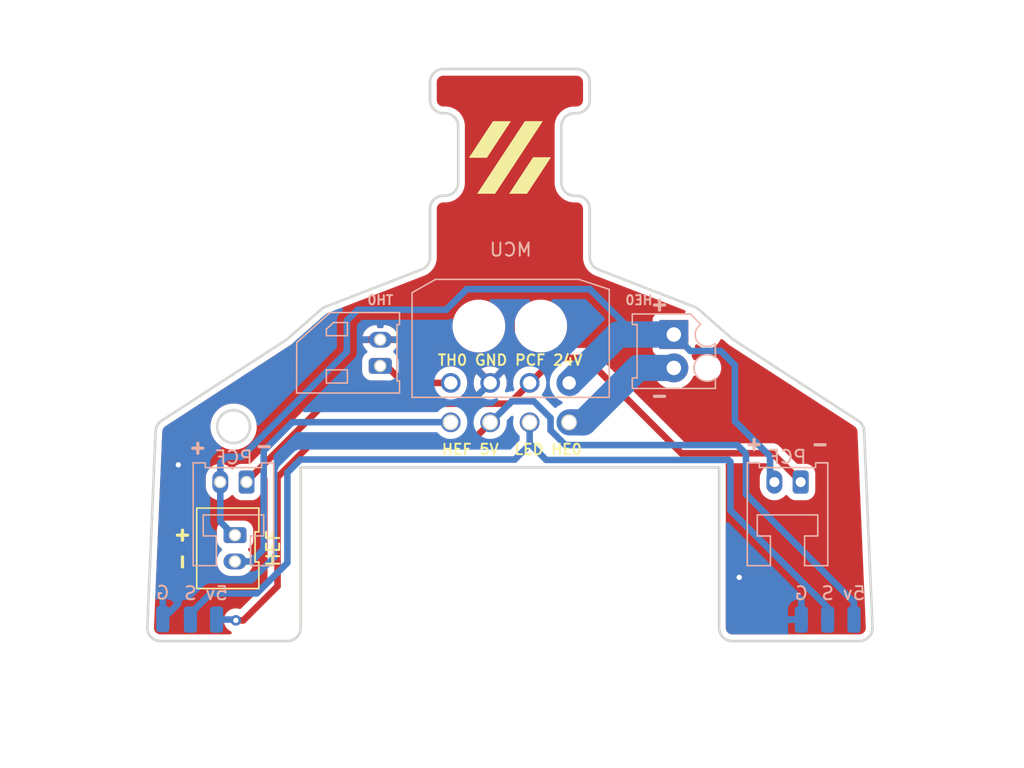
<source format=kicad_pcb>
(kicad_pcb (version 20211014) (generator pcbnew)
  (layers (0 "F.Cu" signal) (31 "B.Cu" signal) (34 "B.Paste" user) (35 "F.Paste" user) (36 "B.SilkS" user "B.Silkscreen") (37 "F.SilkS" user "F.Silkscreen") (38 "B.Mask" user) (39 "F.Mask" user) (44 "Edge.Cuts" user))
  (net 0 "")
  (net 1 "24v")
  (net 2 "5v")
  (net 3 "PCF")
  (net 4 "HEF")
  (net 5 "HE0")
  (net 6 "TH0")
  (net 7 "LED")
  (net 8 "GND")
  (footprint "Connector_JST:JST_PH_B2B-PH-K_1x02_P2.00mm_Vertical" (layer "F.Cu") (at 104.96 101.58 -90)
    (fp_text reference "HEF" (at 1 -2.9 90) (layer "F.SilkS"))
    (fp_text value "JST_PH_B2B-PH-K_1x02_P2.00mm_Vertical")
    (fp_text user "-\n" (at 2.032 4.064 -90) (layer "F.SilkS") (effects (font (thickness 0.25))))
    (fp_text user "+" (at 0 4.064 -90) (layer "F.SilkS") (effects (font (thickness 0.25))))
    (fp_line (start -0.254 -1.81) (end -2.06 -1.81) (layer "F.SilkS") (width 0.12))
    (fp_line (start -2.06 -1.81) (end -2.06 2.91) (layer "F.SilkS") (width 0.12))
    (fp_line (start -2.06 2.91) (end 4.06 2.91) (layer "F.SilkS") (width 0.12))
    (fp_line (start -0.254 -1.524) (end -0.254 -1.81) (layer "F.SilkS") (width 0.12))
    (fp_line (start 2.032 -1.524) (end -0.254 -1.524) (layer "F.SilkS") (width 0.12))
    (fp_line (start 2.032 -1.81) (end 2.032 -1.524) (layer "F.SilkS") (width 0.12))
    (fp_line (start 4.06 2.91) (end 4.06 -1.81) (layer "F.SilkS") (width 0.12))
    (fp_line (start 4.06 -1.81) (end 2.032 -1.81) (layer "F.SilkS") (width 0.12))
    (pad "1" thru_hole roundrect (at 0 0 270) (size 1.2 1.75) (drill 0.75) (layers *.Cu *.Mask) (roundrect_rratio 0.2083333333) (net 1 "24v"))
    (pad "2" thru_hole oval (at 2 0 270) (size 1.2 1.75) (drill 0.75) (layers *.Cu *.Mask) (net 4 "HEF"))
  )
  (footprint "Connector_Wire:SolderWirePad_1x01_SMD_1x2mm" (layer "B.Cu") (at 146.58 107.65 180)
    (fp_text reference "G" (at -1.42 1.65) (layer "B.SilkS") (effects (justify mirror)))
    (fp_text value "SolderWirePad_1x01_SMD_1x2mm")
    (pad "1" smd roundrect (at -1.42 -0.35 180) (size 1 2) (layers "B.Cu" "B.Paste" "B.Mask") (net 8 "GND"))
  )
  (footprint "Connector_Wire:SolderWirePad_1x01_SMD_1x2mm" (layer "B.Cu") (at 148.82 107.67 180)
    (fp_text reference "S" (at -1.18 1.67) (layer "B.SilkS") (effects (justify mirror)))
    (fp_text value "SolderWirePad_1x01_SMD_1x2mm")
    (pad "1" smd roundrect (at -1.18 -0.33 180) (size 1 2) (layers "B.Cu" "B.Paste" "B.Mask") (net 7 "LED"))
  )
  (footprint "TerminalBlock_Phoenix:TerminalBlock_Phoenix_MPT-0,5-2-2.54_1x02_P2.54mm_Horizontal" (layer "B.Cu") (at 138.31 86.32 -90)
    (fp_text reference "HE0" (at -2.61 2.65 180) (layer "B.SilkS") (effects (font (size 0.7 0.7)) (justify mirror)))
    (fp_text value "TerminalBlock_Phoenix_MPT-0,5-2-2.54_1x02_P2.54mm_Horizontal")
    (fp_line (start -0.762 3.16) (end -0.762 2.794) (layer "B.SilkS") (width 0.12))
    (fp_line (start 0.7 -3.16) (end 1.75 -3.16) (layer "B.SilkS") (width 0.12))
    (fp_line (start -1.56 3.16) (end -1.56 -1.27) (layer "B.SilkS") (width 0.12))
    (fp_line (start 3.302 3.16) (end 4.1 3.16) (layer "B.SilkS") (width 0.12))
    (fp_line (start -1.56 -1.27) (end -0.762 -2.032) (layer "B.SilkS") (width 0.12))
    (fp_line (start -0.762 3.16) (end -1.56 3.16) (layer "B.SilkS") (width 0.12))
    (fp_line (start 3.33 -3.16) (end 4.1 -3.16) (layer "B.SilkS") (width 0.12))
    (fp_line (start 4.1 3.16) (end 4.1 -3.16) (layer "B.SilkS") (width 0.12))
    (fp_line (start -0.762 2.794) (end 3.302 2.794) (layer "B.SilkS") (width 0.12))
    (fp_line (start 3.302 3.16) (end 3.302 2.794) (layer "B.SilkS") (width 0.12))
    (fp_arc (start 0.685565 -3.147214) (mid 0.558915 -1.814519) (end -0.762 -2.032) (layer "B.SilkS") (width 0.12))
    (fp_arc (start 3.375579 -3.097053) (mid 2.501142 -1.536511) (end 1.75 -3.16) (layer "B.SilkS") (width 0.12))
    (pad "" np_thru_hole circle (at 0 -2.54 270) (size 1.1 1.1) (drill 1.1) (layers *.Cu *.Mask))
    (pad "" np_thru_hole circle (at 2.54 -2.54 270) (size 1.1 1.1) (drill 1.1) (layers *.Cu *.Mask))
    (pad "1" thru_hole rect (at 0 0 270) (size 2.2 2.2) (drill 1.1) (layers *.Cu *.Mask) (net 1 "24v"))
    (pad "2" thru_hole circle (at 2.54 0 270) (size 2.2 2.2) (drill 1.1) (layers *.Cu *.Mask) (net 5 "HE0"))
  )
  (footprint "Connector_Wire:SolderWirePad_1x01_SMD_1x2mm" (layer "B.Cu") (at 99.77 107.79 180)
    (fp_text reference "G" (at 0.3 1.83) (layer "B.SilkS") (effects (justify mirror)))
    (fp_text value "SolderWirePad_1x01_SMD_1x2mm")
    (pad "1" smd roundrect (at 0.3 -0.17 180) (size 1 2) (layers "B.Cu" "B.Paste" "B.Mask") (net 8 "GND"))
  )
  (footprint "Connector_JST:JST_PH_S2B-PH-K_1x02_P2.00mm_Horizontal" (layer "B.Cu") (at 116 88.71 90)
    (fp_text reference "TH0" (at 5 0) (layer "B.SilkS") (effects (font (size 0.7 0.7)) (justify mirror)))
    (fp_text value "JST_PH_S2B-PH-K_1x02_P2.00mm_Horizontal")
    (fp_line (start 3.14 1.46) (end 3.14 1.27) (layer "B.SilkS") (width 0.12))
    (fp_line (start 3.14 1.27) (end -1.14 1.27) (layer "B.SilkS") (width 0.12))
    (fp_line (start 3.302 -3.556) (end 2.794 -4.1) (layer "B.SilkS") (width 0.12))
    (fp_line (start -2.06 -6.36) (end 1.778 -6.35) (layer "B.SilkS") (width 0.12))
    (fp_line (start 3.3 -2.5) (end 3.302 -3.556) (layer "B.SilkS") (width 0.12))
    (fp_line (start -2.06 1.46) (end -2.06 -6.36) (layer "B.SilkS") (width 0.12))
    (fp_line (start 2.794 -4.1) (end 2.3 -4.1) (layer "B.SilkS") (width 0.12))
    (fp_line (start -1.3 -4.1) (end -0.3 -4.1) (layer "B.SilkS") (width 0.12))
    (fp_line (start -0.3 -4.1) (end -0.3 -2.5) (layer "B.SilkS") (width 0.12))
    (fp_line (start -1.14 1.46) (end -2.06 1.46) (layer "B.SilkS") (width 0.12))
    (fp_line (start 4.06 -3.81) (end 4.06 1.46) (layer "B.SilkS") (width 0.12))
    (fp_line (start 4.06 1.46) (end 3.14 1.46) (layer "B.SilkS") (width 0.12))
    (fp_line (start 4.06 -3.81) (end 1.778 -6.35) (layer "B.SilkS") (width 0.12))
    (fp_line (start -1.14 1.46) (end -1.14 1.27) (layer "B.SilkS") (width 0.12))
    (fp_line (start -1.3 -2.5) (end -1.3 -4.1) (layer "B.SilkS") (width 0.12))
    (fp_line (start -0.3 -2.5) (end -1.3 -2.5) (layer "B.SilkS") (width 0.12))
    (fp_line (start 2.3 -2.5) (end 3.3 -2.5) (layer "B.SilkS") (width 0.12))
    (fp_line (start 2.3 -4.1) (end 2.3 -2.5) (layer "B.SilkS") (width 0.12))
    (pad "1" thru_hole roundrect locked (at 0 0 90) (size 1.2 1.75) (drill 0.75) (layers *.Cu *.Mask) (roundrect_rratio 0.2083333333) (net 6 "TH0"))
    (pad "2" thru_hole oval locked (at 2 0 90) (size 1.2 1.75) (drill 0.75) (layers *.Cu *.Mask) (net 8 "GND"))
  )
  (footprint "Connector_Molex:Molex_Micro-Fit_3.0_43045-0800_2x04_P3.00mm_Horizontal" (layer "B.Cu") (at 130.3525 90 180)
    (fp_text reference "MCU" (at 4.4425 10.13) (layer "B.SilkS") (effects (justify mirror)))
    (fp_text value locked "Molex_Micro-Fit_3.0_43045-0800_2x04_P3.00mm_Horizontal")
    (fp_line (start 10.16 7.866) (end 11.938 6.866) (layer "B.SilkS") (width 0.12))
    (fp_line (start -0.762 7.874) (end 10.16 7.874) (layer "B.SilkS") (width 0.12))
    (fp_line (start 11.938 -1.1) (end -3.048 -1.1) (layer "B.SilkS") (width 0.12))
    (fp_line (start -3.048 -1.1) (end -3.048 7.112) (layer "B.SilkS") (width 0.12))
    (fp_line (start -3.048 7.112) (end -0.762 7.866) (layer "B.SilkS") (width 0.12))
    (fp_line (start 11.938 6.866) (end 11.938 -1.1) (layer "B.SilkS") (width 0.12))
    (pad "" np_thru_hole circle (at 6.86 4.32 180) (size 3 3) (drill 3) (layers *.Cu *.Mask))
    (pad "" np_thru_hole circle (at 2.16 4.32 180) (size 3 3) (drill 3) (layers F&B.Cu *.Mask))
    (pad "1" thru_hole roundrect (at 0 0 180) (size 1.5 1.5) (drill 1.02) (layers *.Cu *.Mask) (roundrect_rratio 0.1666666667) (net 1 "24v"))
    (pad "2" thru_hole circle (at 3 0 180) (size 1.5 1.5) (drill 1.02) (layers *.Cu *.Mask) (net 3 "PCF"))
    (pad "3" thru_hole circle (at 6 0 180) (size 1.5 1.5) (drill 1.02) (layers *.Cu *.Mask) (net 8 "GND"))
    (pad "4" thru_hole circle (at 9 0 180) (size 1.5 1.5) (drill 1.02) (layers *.Cu *.Mask) (net 6 "TH0"))
    (pad "5" thru_hole circle (at 0 -3 180) (size 1.5 1.5) (drill 1.02) (layers *.Cu *.Mask) (net 5 "HE0"))
    (pad "6" thru_hole circle (at 3 -3 180) (size 1.5 1.5) (drill 1.02) (layers *.Cu *.Mask) (net 7 "LED"))
    (pad "7" thru_hole circle (at 6 -3 180) (size 1.5 1.5) (drill 1.02) (layers *.Cu *.Mask) (net 2 "5v"))
    (pad "8" thru_hole circle (at 9 -3 180) (size 1.5 1.5) (drill 1.02) (layers *.Cu *.Mask) (net 4 "HEF"))
  )
  (footprint "Connector_Wire:SolderWirePad_1x01_SMD_1x2mm" (layer "B.Cu") (at 104.88 107.93 180)
    (fp_text reference "5v" (at 1.32 1.93) (layer "B.SilkS") (effects (justify mirror)))
    (fp_text value "SolderWirePad_1x01_SMD_1x2mm")
    (pad "1" smd roundrect (at 1.32 -0.07 180) (size 1 2) (layers "B.Cu" "B.Paste" "B.Mask") (net 2 "5v"))
  )
  (footprint "Connector_JST:JST_PH_S2B-PH-K_1x02_P2.00mm_Horizontal" (layer "B.Cu") (at 147.95 97.54 180)
    (fp_text reference "PCF" (at 1 1.91) (layer "B.SilkS") (effects (justify mirror)))
    (fp_text value "JST_PH_S2B-PH-K_1x02_P2.00mm_Horizontal")
    (fp_line (start -1.14 1.46) (end -2.06 1.46) (layer "B.SilkS") (width 0.12))
    (fp_line (start 3.3 -4.1) (end 2.3 -4.1) (layer "B.SilkS") (width 0.12))
    (fp_line (start -1.3 -4.1) (end -0.3 -4.1) (layer "B.SilkS") (width 0.12))
    (fp_line (start -2.06 1.46) (end -2.06 -6.36) (layer "B.SilkS") (width 0.12))
    (fp_line (start 4.06 1.46) (end 3.14 1.46) (layer "B.SilkS") (width 0.12))
    (fp_line (start 4.06 -6.36) (end 4.06 1.46) (layer "B.SilkS") (width 0.12))
    (fp_line (start -1.3 -2.5) (end -1.3 -4.1) (layer "B.SilkS") (width 0.12))
    (fp_line (start -0.3 -4.1) (end -0.3 -6.36) (layer "B.SilkS") (width 0.12))
    (fp_line (start 4.06 -6.36) (end 4.06 1.46) (layer "B.SilkS") (width 0.12))
    (fp_line (start 3.3 -2.5) (end 3.3 -4.1) (layer "B.SilkS") (width 0.12))
    (fp_line (start -1.3 -2.5) (end -1.3 -4.1) (layer "B.SilkS") (width 0.12))
    (fp_line (start -1.14 1.46) (end -2.06 1.46) (layer "B.SilkS") (width 0.12))
    (fp_line (start 4.06 1.46) (end 3.14 1.46) (layer "B.SilkS") (width 0.12))
    (fp_line (start 2.3 -4.1) (end 2.3 -6.35) (layer "B.SilkS") (width 0.12))
    (fp_line (start 2.3 -2.5) (end 3.3 -2.5) (layer "B.SilkS") (width 0.12))
    (fp_line (start 3.14 1.1) (end -1.14 1.1) (layer "B.SilkS") (width 0.12))
    (fp_line (start 3.3 -2.5) (end 3.3 -4.1) (layer "B.SilkS") (width 0.12))
    (fp_line (start 2.3 -2.5) (end 3.3 -2.5) (layer "B.SilkS") (width 0.12))
    (fp_line (start 3.3 -4.1) (end 2.3 -4.1) (layer "B.SilkS") (width 0.12))
    (fp_line (start 2.3 -2.5) (end -1.3 -2.5) (layer "B.SilkS") (width 0.12))
    (fp_line (start 3.14 1.46) (end 3.14 1.1) (layer "B.SilkS") (width 0.12))
    (fp_line (start -1.14 1.46) (end -1.14 1.1) (layer "B.SilkS") (width 0.12))
    (fp_line (start -2.06 1.46) (end -2.06 -6.36) (layer "B.SilkS") (width 0.12))
    (fp_line (start -1.3 -4.1) (end -0.3 -4.1) (layer "B.SilkS") (width 0.12))
    (fp_line (start 4.06 -6.36) (end 2.3 -6.36) (layer "B.SilkS") (width 0.12))
    (fp_line (start -0.3 -2.5) (end -1.3 -2.5) (layer "B.SilkS") (width 0.12))
    (fp_line (start -2.06 -6.36) (end -0.3 -6.36) (layer "B.SilkS") (width 0.12))
    (pad "1" thru_hole roundrect (at 0 0 180) (size 1.2 1.75) (drill 0.75) (layers *.Cu *.Mask) (roundrect_rratio 0.2083333333) (net 3 "PCF"))
    (pad "1" thru_hole roundrect (at 0 0 180) (size 1.2 1.75) (drill 0.75) (layers *.Cu *.Mask) (roundrect_rratio 0.2083333333) (net 3 "PCF"))
    (pad "2" thru_hole oval (at 2 0 180) (size 1.2 1.75) (drill 0.75) (layers *.Cu *.Mask) (net 1 "24v"))
    (pad "2" thru_hole oval (at 2 0 180) (size 1.2 1.75) (drill 0.75) (layers *.Cu *.Mask) (net 1 "24v"))
  )
  (footprint "Connector_Wire:SolderWirePad_1x01_SMD_1x2mm" (layer "B.Cu") (at 151.6 107.75 180)
    (fp_text reference "5v" (at -0.4 1.75) (layer "B.SilkS") (effects (justify mirror)))
    (fp_text value "SolderWirePad_1x01_SMD_1x2mm")
    (pad "1" smd roundrect (at -0.4 -0.25 180) (size 1 2) (layers "B.Cu" "B.Paste" "B.Mask") (net 2 "5v"))
  )
  (footprint "Connector_Wire:SolderWirePad_1x01_SMD_1x2mm" (layer "B.Cu") (at 102.11 107.85 180)
    (fp_text reference "S" (at 0.54 1.85) (layer "B.SilkS") (effects (justify mirror)))
    (fp_text value "SolderWirePad_1x01_SMD_1x2mm")
    (pad "1" smd roundrect (at 0.54 -0.15 180) (size 1 2) (layers "B.Cu" "B.Paste" "B.Mask") (net 7 "LED"))
  )
  (footprint "Connector_JST:JST_PH_S2B-PH-K_1x02_P2.00mm_Horizontal" (layer "B.Cu") (at 105.84 97.54 180)
    (fp_text reference "PCF" (at 0.97 1.87) (layer "B.SilkS") (effects (justify mirror)))
    (fp_text value "JST_PH_S2B-PH-K_1x02_P2.00mm_Horizontal")
    (fp_line (start -1.3 -4.1) (end -0.3 -4.1) (layer "B.SilkS") (width 0.12))
    (fp_line (start -2.06 -6.36) (end -0.3 -6.36) (layer "B.SilkS") (width 0.12))
    (fp_line (start -2.06 1.46) (end -2.06 -6.36) (layer "B.SilkS") (width 0.12))
    (fp_line (start 3.3 -4.1) (end 2.3 -4.1) (layer "B.SilkS") (width 0.12))
    (fp_line (start 2.3 -4.1) (end 2.3 -6.35) (layer "B.SilkS") (width 0.12))
    (fp_line (start -1.14 1.46) (end -2.06 1.46) (layer "B.SilkS") (width 0.12))
    (fp_line (start -1.14 1.46) (end -1.14 1.1) (layer "B.SilkS") (width 0.12))
    (fp_line (start 4.06 1.46) (end 3.14 1.46) (layer "B.SilkS") (width 0.12))
    (fp_line (start 4.06 -6.36) (end 4.06 1.46) (layer "B.SilkS") (width 0.12))
    (fp_line (start -0.3 -4.1) (end -0.3 -6.36) (layer "B.SilkS") (width 0.12))
    (fp_line (start 2.3 -2.5) (end -1.3 -2.5) (layer "B.SilkS") (width 0.12))
    (fp_line (start 3.14 1.1) (end -1.14 1.1) (layer "B.SilkS") (width 0.12))
    (fp_line (start 3.3 -2.5) (end 3.3 -4.1) (layer "B.SilkS") (width 0.12))
    (fp_line (start -1.3 -2.5) (end -1.3 -4.1) (layer "B.SilkS") (width 0.12))
    (fp_line (start 4.06 -6.36) (end 2.3 -6.36) (layer "B.SilkS") (width 0.12))
    (fp_line (start 3.14 1.46) (end 3.14 1.1) (layer "B.SilkS") (width 0.12))
    (fp_line (start 2.3 -2.5) (end 3.3 -2.5) (layer "B.SilkS") (width 0.12))
    (pad "1" thru_hole roundrect (at 0 0 180) (size 1.2 1.75) (drill 0.75) (layers *.Cu *.Mask) (roundrect_rratio 0.2083333333) (net 3 "PCF"))
    (pad "2" thru_hole oval (at 2 0 180) (size 1.2 1.75) (drill 0.75) (layers *.Cu *.Mask) (net 1 "24v"))
  )
  (gr_poly (pts (xy 127.143166 75.594415) (xy 125.826334 75.594415) (xy 127.627353 72.854391) (xy 128.944184 72.854391) (xy 127.143166 75.594415)) (layer "F.SilkS") (width 0.039687) (fill solid))
  (gr_poly (pts (xy 124.575384 70.11754) (xy 125.892216 70.11754) (xy 124.0908 72.857565) (xy 122.773969 72.857565) (xy 124.575384 70.11754)) (layer "F.SilkS") (width 0.039687) (fill solid))
  (gr_poly (pts (xy 123.399443 75.594415) (xy 127.001878 70.113573) (xy 128.318709 70.113573) (xy 124.715877 75.594415) (xy 123.399443 75.594415)) (layer "F.SilkS") (width 0.039687) (fill solid))
  (gr_circle (center 115.989999 88.710002) (end 115.614999 88.710002) (layer "Edge.Cuts") (width 0.2) (fill none))
  (gr_arc (start 129.758899 70.489362) (mid 130.05179 69.782253) (end 130.758899 69.489362) (layer "Edge.Cuts") (width 0.2))
  (gr_line (start 142.749998 109.633158) (end 152.409322 109.633146) (layer "Edge.Cuts") (width 0.2))
  (gr_arc (start 153.408416 108.590622) (mid 153.131306 109.325055) (end 152.409322 109.633146) (layer "Edge.Cuts") (width 0.2))
  (gr_line (start 98.926546 93.672491) (end 98.291585 108.590634) (layer "Edge.Cuts") (width 0.2))
  (gr_circle (center 105.829999 97.540002) (end 105.454999 97.540002) (layer "Edge.Cuts") (width 0.2) (fill none))
  (gr_arc (start 98.926546 93.672491) (mid 99.057138 93.219333) (end 99.38089 92.876418) (layer "Edge.Cuts") (width 0.2))
  (gr_circle (center 103.829999 97.540002) (end 103.454999 97.540002) (layer "Edge.Cuts") (width 0.2) (fill none))
  (gr_arc (start 130.917872 66.126846) (mid 131.624979 66.419736) (end 131.917869 67.126842) (layer "Edge.Cuts") (width 0.2))
  (gr_line (start 121.919449 70.489362) (end 121.919449 74.764322) (layer "Edge.Cuts") (width 0.2))
  (gr_line (start 111.500346 84.407654) (end 108.970429 86.634442) (layer "Edge.Cuts") (width 0.2))
  (gr_arc (start 142.845509 86.722392) (mid 142.785935 86.680527) (end 142.729561 86.634445) (layer "Edge.Cuts") (width 0.2))
  (gr_line (start 131.917872 68.489362) (end 131.917869 67.126842) (layer "Edge.Cuts") (width 0.2))
  (gr_circle (center 104.949999 101.580002) (end 104.574999 101.580002) (layer "Edge.Cuts") (width 0.2) (fill none))
  (gr_line (start 142.729561 86.634445) (end 140.19965 84.407652) (layer "Edge.Cuts") (width 0.2))
  (gr_arc (start 130.917872 75.76433) (mid 131.624972 76.057224) (end 131.917869 76.764322) (layer "Edge.Cuts") (width 0.2))
  (gr_line (start 119.144036 81.374563) (end 111.799129 84.226084) (layer "Edge.Cuts") (width 0.2))
  (gr_line (start 120.919449 75.764322) (end 120.782119 75.764322) (layer "Edge.Cuts") (width 0.2))
  (gr_line (start 153.408416 108.590622) (end 152.773456 93.672504) (layer "Edge.Cuts") (width 0.2))
  (gr_line (start 120.782125 69.489362) (end 120.919449 69.489362) (layer "Edge.Cuts") (width 0.2))
  (gr_circle (center 127.342499 93.000002) (end 126.832499 93.000002) (layer "Edge.Cuts") (width 0.2) (fill none))
  (gr_arc (start 119.782125 67.126846) (mid 120.075017 66.419741) (end 120.782119 66.126842) (layer "Edge.Cuts") (width 0.2))
  (gr_arc (start 109.949998 108.633158) (mid 109.657101 109.340266) (end 108.949989 109.633152) (layer "Edge.Cuts") (width 0.2))
  (gr_line (start 129.758899 74.76433) (end 129.758899 70.489362) (layer "Edge.Cuts") (width 0.2))
  (gr_circle (center 124.342499 93.000002) (end 123.832499 93.000002) (layer "Edge.Cuts") (width 0.2) (fill none))
  (gr_circle (center 115.989999 86.710002) (end 115.614999 86.710002) (layer "Edge.Cuts") (width 0.2) (fill none))
  (gr_arc (start 132.555949 81.374562) (mid 132.092667 81.007192) (end 131.917868 80.442359) (layer "Edge.Cuts") (width 0.2))
  (gr_arc (start 120.782125 69.489362) (mid 120.07502 69.196466) (end 119.782119 68.489362) (layer "Edge.Cuts") (width 0.2))
  (gr_arc (start 142.749998 109.633158) (mid 142.042887 109.340263) (end 141.749989 108.633152) (layer "Edge.Cuts") (width 0.2))
  (gr_arc (start 130.758899 75.764322) (mid 130.051792 75.471435) (end 129.758899 74.76433) (layer "Edge.Cuts") (width 0.2))
  (gr_line (start 119.782125 67.126846) (end 119.782119 68.489362) (layer "Edge.Cuts") (width 0.2))
  (gr_arc (start 121.919449 74.764322) (mid 121.626553 75.471426) (end 120.919449 75.764322) (layer "Edge.Cuts") (width 0.2))
  (gr_arc (start 131.917872 68.489362) (mid 131.624974 69.196467) (end 130.917869 69.489362) (layer "Edge.Cuts") (width 0.2))
  (gr_circle (center 121.342499 93.000002) (end 120.832499 93.000002) (layer "Edge.Cuts") (width 0.2) (fill none))
  (gr_line (start 130.758899 69.489362) (end 130.917869 69.489362) (layer "Edge.Cuts") (width 0.2))
  (gr_line (start 152.319112 92.876432) (end 142.845509 86.722392) (layer "Edge.Cuts") (width 0.2))
  (gr_circle (center 130.342499 93.000002) (end 129.832499 93.000002) (layer "Edge.Cuts") (width 0.2) (fill none))
  (gr_circle (center 104.949999 103.580002) (end 104.574999 103.580002) (layer "Edge.Cuts") (width 0.2) (fill none))
  (gr_line (start 141.749998 96.426846) (end 141.749989 108.633152) (layer "Edge.Cuts") (width 0.2))
  (gr_arc (start 119.782125 76.76433) (mid 120.075019 76.057225) (end 120.782119 75.764322) (layer "Edge.Cuts") (width 0.2))
  (gr_line (start 119.782125 76.76433) (end 119.782119 80.442352) (layer "Edge.Cuts") (width 0.2))
  (gr_line (start 139.900859 84.226087) (end 132.555949 81.374562) (layer "Edge.Cuts") (width 0.2))
  (gr_arc (start 108.970429 86.634442) (mid 108.914054 86.680526) (end 108.854479 86.722392) (layer "Edge.Cuts") (width 0.2))
  (gr_line (start 108.854479 86.722392) (end 99.38089 92.876418) (layer "Edge.Cuts") (width 0.2))
  (gr_line (start 99.290681 109.633158) (end 108.949989 109.633152) (layer "Edge.Cuts") (width 0.2))
  (gr_arc (start 152.319112 92.876432) (mid 152.642864 93.219347) (end 152.773456 93.672504) (layer "Edge.Cuts") (width 0.2))
  (gr_arc (start 99.290681 109.633158) (mid 98.568695 109.325068) (end 98.291585 108.590634) (layer "Edge.Cuts") (width 0.2))
  (gr_line (start 109.949998 108.633158) (end 109.949998 96.426846) (layer "Edge.Cuts") (width 0.2))
  (gr_line (start 109.949998 96.426846) (end 141.749998 96.426846) (layer "Edge.Cuts") (width 0.2))
  (gr_line (start 130.917872 75.76433) (end 130.758899 75.764322) (layer "Edge.Cuts") (width 0.2))
  (gr_arc (start 119.782119 80.442352) (mid 119.607321 81.00719) (end 119.144036 81.374563) (layer "Edge.Cuts") (width 0.2))
  (gr_arc (start 120.919449 69.489362) (mid 121.626553 69.782258) (end 121.919449 70.489362) (layer "Edge.Cuts") (width 0.2))
  (gr_circle (center 104.849998 93.325217) (end 103.599998 93.325217) (layer "Edge.Cuts") (width 0.2) (fill none))
  (gr_arc (start 111.500346 84.407654) (mid 111.641739 84.303707) (end 111.799129 84.226084) (layer "Edge.Cuts") (width 0.2))
  (gr_line (start 130.917872 66.126846) (end 120.782119 66.126842) (layer "Edge.Cuts") (width 0.2))
  (gr_arc (start 139.900859 84.226087) (mid 140.058253 84.303707) (end 140.19965 84.407652) (layer "Edge.Cuts") (width 0.2))
  (gr_line (start 131.917868 80.442359) (end 131.917869 76.764322) (layer "Edge.Cuts") (width 0.2))
  (gr_text "-\n" (at 107.17 94.78) (layer "B.SilkS") (effects (font (size 1 1) (thickness 0.25))))
  (gr_text "-" (at 149.42 94.64) (layer "B.SilkS") (effects (font (size 1 1) (thickness 0.25))))
  (gr_text "+" (at 102.13 94.9) (layer "B.SilkS") (effects (font (size 1 1) (thickness 0.25))))
  (gr_text "+" (at 137.22 84.01) (layer "B.SilkS") (effects (font (size 1 1) (thickness 0.25))))
  (gr_text "+" (at 144.41 94.62) (layer "B.SilkS") (effects (font (size 1 1) (thickness 0.25))))
  (gr_text "-" (at 137.22 90.95) (layer "B.SilkS") (effects (font (size 1 1) (thickness 0.25))))
  (gr_text "HEF 5V  LED HE0" (at 126 95.06) (layer "F.SilkS") (effects (font (size 0.8 0.8))))
  (gr_text "TH0 GND PCF 24V\n" (at 125.87 88.27) (layer "F.SilkS") (effects (font (size 0.8 0.8))))
  (segment (start 145.62 97.54) (end 145.95 97.54) (width 0.5) (layer "F.Cu") (net 1))
  (segment (start 138.54 86.35) (end 138.34 86.35) (width 0.25) (layer "F.Cu") (net 1))
  (segment (start 138.34 86.35) (end 138.31 86.32) (width 0.25) (layer "F.Cu") (net 1))
  (segment (start 122.57 82.87) (end 131.93 82.87) (width 0.5) (layer "B.Cu") (net 1))
  (segment (start 113.46 87.63) (end 113.46 85.27) (width 0.5) (layer "B.Cu") (net 1))
  (segment (start 103.84 97.5) (end 103.84 96.09) (width 0.5) (layer "B.Cu") (net 1))
  (segment (start 113.46 85.27) (end 114.29 84.44) (width 0.5) (layer "B.Cu") (net 1))
  (segment (start 130.39 90) (end 134.07 86.32) (width 2) (layer "B.Cu") (net 1))
  (segment (start 142.95 88.65) (end 142.95 92.91) (width 0.5) (layer "B.Cu") (net 1))
  (segment (start 139.56 87.57) (end 141.87 87.57) (width 0.5) (layer "B.Cu") (net 1))
  (segment (start 134.07 86.32) (end 138.31 86.32) (width 2) (layer "B.Cu") (net 1))
  (segment (start 104.91 101.53) (end 104.82 101.53) (width 0.5) (layer "B.Cu") (net 1))
  (segment (start 114.29 84.44) (end 121 84.44) (width 0.5) (layer "B.Cu") (net 1))
  (segment (start 145.62 95.58) (end 145.62 97.54) (width 0.5) (layer "B.Cu") (net 1))
  (segment (start 104.82 101.53) (end 103.84 100.55) (width 0.5) (layer "B.Cu") (net 1))
  (segment (start 104.96 101.58) (end 104.91 101.53) (width 0.5) (layer "B.Cu") (net 1))
  (segment (start 141.87 87.57) (end 142.95 88.65) (width 0.5) (layer "B.Cu") (net 1))
  (segment (start 131.93 82.87) (end 135.38 86.32) (width 0.5) (layer "B.Cu") (net 1))
  (segment (start 142.95 92.91) (end 145.62 95.58) (width 0.5) (layer "B.Cu") (net 1))
  (segment (start 138.31 86.32) (end 139.56 87.57) (width 0.5) (layer "B.Cu") (net 1))
  (segment (start 105.47 95.62) (end 113.46 87.63) (width 0.5) (layer "B.Cu") (net 1))
  (segment (start 121 84.44) (end 122.57 82.87) (width 0.5) (layer "B.Cu") (net 1))
  (segment (start 103.84 100.55) (end 103.84 97.5) (width 0.5) (layer "B.Cu") (net 1))
  (segment (start 104.31 95.62) (end 105.47 95.62) (width 0.5) (layer "B.Cu") (net 1))
  (segment (start 135.38 86.32) (end 138.31 86.32) (width 0.5) (layer "B.Cu") (net 1))
  (segment (start 103.84 96.09) (end 104.31 95.62) (width 0.5) (layer "B.Cu") (net 1))
  (segment (start 110.73 94.63) (end 122.76 94.63) (width 0.5) (layer "F.Cu") (net 2))
  (segment (start 108.19 97.17) (end 110.73 94.63) (width 0.5) (layer "F.Cu") (net 2))
  (segment (start 105.02 108.06) (end 105.59 108.06) (width 0.5) (layer "F.Cu") (net 2))
  (segment (start 108.19 105.46) (end 108.19 97.17) (width 0.5) (layer "F.Cu") (net 2))
  (segment (start 105.59 108.06) (end 108.19 105.46) (width 0.5) (layer "F.Cu") (net 2))
  (segment (start 122.76 94.63) (end 124.39 93) (width 0.5) (layer "F.Cu") (net 2))
  (via (at 105.02 108.06) (size 0.8) (drill 0.4) (layers "F.Cu" "B.Cu") (net 2))
  (segment (start 128.94048 93.60041) (end 130.07055 94.73048) (width 0.5) (layer "B.Cu") (net 2))
  (segment (start 128.94048 92.67048) (end 128.94048 93.60041) (width 0.5) (layer "B.Cu") (net 2))
  (segment (start 103.56 108) (end 104.96 108) (width 0.5) (layer "B.Cu") (net 2))
  (segment (start 104.96 108) (end 105.02 108.06) (width 0.5) (layer "B.Cu") (net 2))
  (segment (start 152 106.67) (end 152 108) (width 0.5) (layer "B.Cu") (net 2))
  (segment (start 143.14048 94.73048) (end 143.79048 95.38048) (width 0.5) (layer "B.Cu") (net 2))
  (segment (start 143.79048 98.46048) (end 152 106.67) (width 0.5) (layer "B.Cu") (net 2))
  (segment (start 127.67 91.4) (end 128.94048 92.67048) (width 0.5) (layer "B.Cu") (net 2))
  (segment (start 124.39 93) (end 125.99 91.4) (width 0.5) (layer "B.Cu") (net 2))
  (segment (start 143.79048 95.38048) (end 143.79048 98.46048) (width 0.5) (layer "B.Cu") (net 2))
  (segment (start 130.07055 94.73048) (end 143.14048 94.73048) (width 0.5) (layer "B.Cu") (net 2))
  (segment (start 125.99 91.4) (end 127.67 91.4) (width 0.5) (layer "B.Cu") (net 2))
  (segment (start 105.84 97.5) (end 111.76 91.58) (width 0.5) (layer "F.Cu") (net 3))
  (segment (start 138.88 95.35) (end 145.8 95.35) (width 0.5) (layer "F.Cu") (net 3))
  (segment (start 125.81 91.58) (end 127.39 90) (width 0.5) (layer "F.Cu") (net 3))
  (segment (start 145.8 95.35) (end 147.95 97.5) (width 0.5) (layer "F.Cu") (net 3))
  (segment (start 127.39 90) (end 129.29 88.1) (width 0.5) (layer "F.Cu") (net 3))
  (segment (start 129.29 88.1) (end 131.63 88.1) (width 0.5) (layer "F.Cu") (net 3))
  (segment (start 111.76 91.58) (end 125.81 91.58) (width 0.5) (layer "F.Cu") (net 3))
  (segment (start 147.95 97.5) (end 147.95 97.54) (width 0.5) (layer "F.Cu") (net 3))
  (segment (start 131.63 88.1) (end 138.88 95.35) (width 0.5) (layer "F.Cu") (net 3))
  (segment (start 107.14 102.64) (end 106.2 103.58) (width 0.5) (layer "B.Cu") (net 4))
  (segment (start 106.2 103.58) (end 104.96 103.58) (width 0.5) (layer "B.Cu") (net 4))
  (segment (start 121.39 93) (end 121.38 92.99) (width 0.5) (layer "B.Cu") (net 4))
  (segment (start 109.32 92.99) (end 107.14 95.17) (width 0.5) (layer "B.Cu") (net 4))
  (segment (start 121.38 92.99) (end 109.32 92.99) (width 0.5) (layer "B.Cu") (net 4))
  (segment (start 107.14 95.17) (end 107.14 102.64) (width 0.5) (layer "B.Cu") (net 4))
  (segment (start 135.59 88.86) (end 138.31 88.86) (width 2) (layer "B.Cu") (net 5))
  (segment (start 131.45 93) (end 135.59 88.86) (width 2) (layer "B.Cu") (net 5))
  (segment (start 130.39 93) (end 131.45 93) (width 2) (layer "B.Cu") (net 5))
  (segment (start 121.39 90) (end 117.77 90) (width 0.5) (layer "F.Cu") (net 6))
  (segment (start 117.77 90) (end 116.48 88.71) (width 0.5) (layer "F.Cu") (net 6))
  (segment (start 142.61 99.69) (end 150 107.08) (width 0.5) (layer "B.Cu") (net 7))
  (segment (start 142.47 95.86) (end 142.61 96) (width 0.5) (layer "B.Cu") (net 7))
  (segment (start 103.11 106.01) (end 106.61 106.01) (width 0.5) (layer "B.Cu") (net 7))
  (segment (start 127.39 94.64) (end 128.61 95.86) (width 0.5) (layer "B.Cu") (net 7))
  (segment (start 108.93952 103.68048) (end 108.93952 96.82048) (width 0.5) (layer "B.Cu") (net 7))
  (segment (start 108.93952 96.82048) (end 109.93 95.83) (width 0.5) (layer "B.Cu") (net 7))
  (segment (start 127.39 94.66) (end 127.39 94.64) (width 0.5) (layer "B.Cu") (net 7))
  (segment (start 127.39 94.66) (end 127.3525 94.6225) (width 0.5) (layer "B.Cu") (net 7))
  (segment (start 142.61 96) (end 142.61 99.69) (width 0.5) (layer "B.Cu") (net 7))
  (segment (start 127.3525 94.6225) (end 127.3525 93) (width 0.5) (layer "B.Cu") (net 7))
  (segment (start 101.57 108) (end 101.57 107.55) (width 0.5) (layer "B.Cu") (net 7))
  (segment (start 126.22 95.83) (end 127.39 94.66) (width 0.5) (layer "B.Cu") (net 7))
  (segment (start 109.93 95.83) (end 126.22 95.83) (width 0.5) (layer "B.Cu") (net 7))
  (segment (start 106.61 106.01) (end 108.93952 103.68048) (width 0.5) (layer "B.Cu") (net 7))
  (segment (start 128.61 95.86) (end 142.47 95.86) (width 0.5) (layer "B.Cu") (net 7))
  (segment (start 150 107.08) (end 150 108) (width 0.5) (layer "B.Cu") (net 7))
  (segment (start 101.57 107.55) (end 103.11 106.01) (width 0.5) (layer "B.Cu") (net 7))
  (segment (start 127.1 82.91) (end 131.75 82.91) (width 0.5) (layer "F.Cu") (net 8))
  (segment (start 104.29 91.05) (end 100.65 94.69) (width 0.5) (layer "F.Cu") (net 8))
  (segment (start 140.44 94.19) (end 148.1 94.19) (width 0.5) (layer "F.Cu") (net 8))
  (segment (start 148.1 94.19) (end 150.25 96.34) (width 0.5) (layer "F.Cu") (net 8))
  (segment (start 135.54 89.29) (end 140.44 94.19) (width 0.5) (layer "F.Cu") (net 8))
  (segment (start 135.54 86.7) (end 135.54 89.29) (width 0.5) (layer "F.Cu") (net 8))
  (segment (start 150.25 96.34) (end 150.25 101.16) (width 0.5) (layer "F.Cu") (net 8))
  (segment (start 121.1 86.71) (end 116.48 86.71) (width 0.5) (layer "F.Cu") (net 8))
  (segment (start 124.3525 90) (end 125.98 88.3725) (width 0.5) (layer "F.Cu") (net 8))
  (segment (start 100.65 94.69) (end 100.65 96.23) (width 0.5) (layer "F.Cu") (net 8))
  (segment (start 116 86.71) (end 111.25 86.71) (width 0.5) (layer "F.Cu") (net 8))
  (segment (start 125.98 84.03) (end 127.1 82.91) (width 0.5) (layer "F.Cu") (net 8))
  (segment (start 143.29 104.8) (end 143.28 104.79) (width 0.5) (layer "F.Cu") (net 8))
  (segment (start 125.98 88.3725) (end 125.98 84.03) (width 0.5) (layer "F.Cu") (net 8))
  (segment (start 106.91 91.05) (end 104.29 91.05) (width 0.5) (layer "F.Cu") (net 8))
  (segment (start 146.61 104.8) (end 143.29 104.8) (width 0.5) (layer "F.Cu") (net 8))
  (segment (start 124.39 90) (end 121.1 86.71) (width 0.5) (layer "F.Cu") (net 8))
  (segment (start 150.25 101.16) (end 146.61 104.8) (width 0.5) (layer "F.Cu") (net 8))
  (segment (start 131.75 82.91) (end 135.54 86.7) (width 0.5) (layer "F.Cu") (net 8))
  (segment (start 111.25 86.71) (end 106.91 91.05) (width 0.5) (layer "F.Cu") (net 8))
  (via (at 100.65 96.23) (size 0.8) (drill 0.4) (layers "F.Cu" "B.Cu") (net 8))
  (via (at 143.28 104.79) (size 0.8) (drill 0.4) (layers "F.Cu" "B.Cu") (net 8))
  (segment (start 144.7 108) (end 148 108) (width 0.5) (layer "B.Cu") (net 8))
  (segment (start 99.47 107.96) (end 100.65 106.78) (width 0.5) (layer "B.Cu") (net 8))
  (segment (start 143.27 104.8) (end 143.27 106.57) (width 0.5) (layer "B.Cu") (net 8))
  (segment (start 143.28 104.79) (end 143.27 104.8) (width 0.5) (layer "B.Cu") (net 8))
  (segment (start 143.27 106.57) (end 144.7 108) (width 0.5) (layer "B.Cu") (net 8))
  (segment (start 100.65 106.78) (end 100.65 96.23) (width 0.5) (layer "B.Cu") (net 8))
  (zone (net 8) (net_name "GND") (layer "F.Cu") (connect_pads (clearance 0.508)) (min_thickness 0.254) (fill yes (thermal_gap 0.508) (thermal_bridge_width 0.508))
    (polygon (pts (xy 135.8 77.97) (xy 149.14 85.61) (xy 156.18 90.95) (xy 157.64 112.67) (xy 92.85 114.24) (xy 93.7 90.22) (xy 115.9 78.33) (xy 115.17 63.29) (xy 135.19 62.44)))
  )
  (zone (net 8) (net_name "GND") (layer "B.Cu") (connect_pads (clearance 0.508)) (min_thickness 0.254) (fill yes (thermal_gap 0.508) (thermal_bridge_width 0.508))
    (polygon (pts (xy 139.27 76.17) (xy 158.2 88) (xy 160.93 115.84) (xy 92.32 118.75) (xy 92.14 86.36) (xy 111.07 75.99) (xy 109.25 73.08) (xy 115.98 60.88) (xy 137.09 60.88)))
  )
)
</source>
